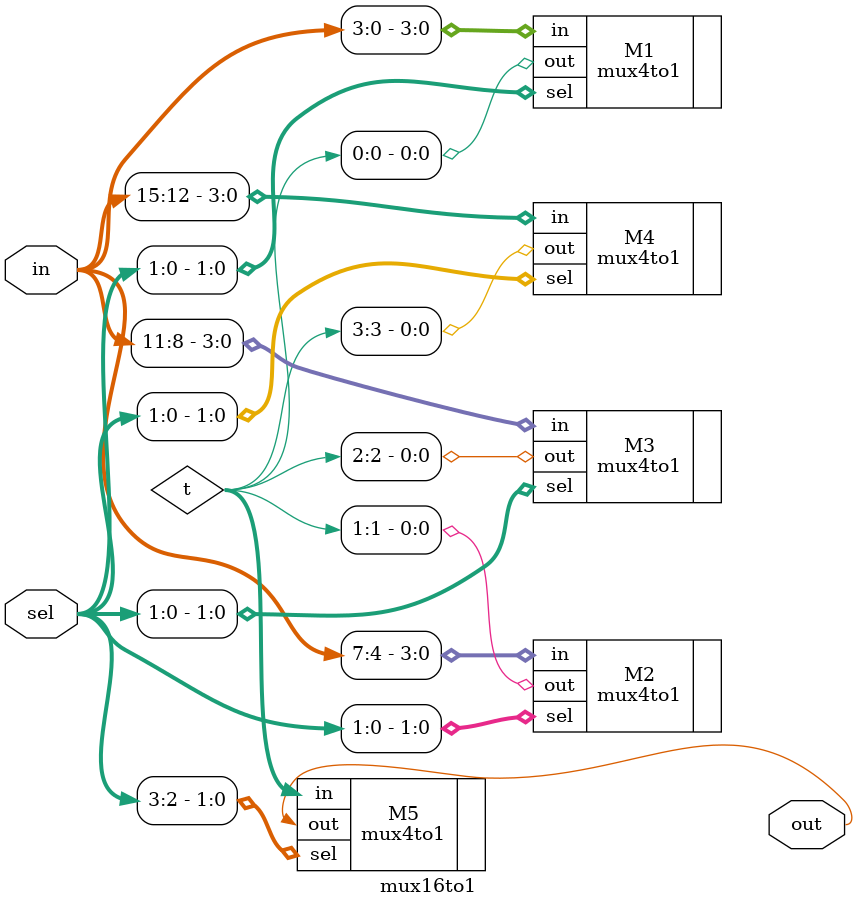
<source format=v>
module mux16to1( in , sel, out);
    input [15:0] in;
    input [3:0] sel;
    output out;
    wire [3:0] t;
  
	// First layer: Four 4-to-1 multiplexers
    mux4to1 M1 (.in(in[3:0]),   .sel(sel[1:0]), .out(t[0]));
    mux4to1 M2 (.in(in[7:4]),   .sel(sel[1:0]), .out(t[1]));
    mux4to1 M3 (.in(in[11:8]),  .sel(sel[1:0]), .out(t[2]));
    mux4to1 M4 (.in(in[15:12]), .sel(sel[1:0]), .out(t[3]));

    // Second layer: One 4-to-1 multiplexer to combine the results
    mux4to1 M5 (.in(t), .sel(sel[3:2]), .out(out));

endmodule

</source>
